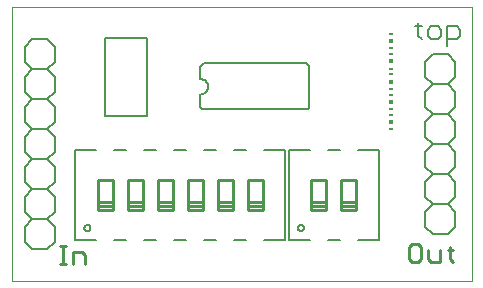
<source format=gto>
G75*
%MOIN*%
%OFA0B0*%
%FSLAX24Y24*%
%IPPOS*%
%LPD*%
%AMOC8*
5,1,8,0,0,1.08239X$1,22.5*
%
%ADD10C,0.0000*%
%ADD11C,0.0110*%
%ADD12C,0.0060*%
%ADD13C,0.0080*%
%ADD14C,0.0100*%
%ADD15R,0.0118X0.0059*%
%ADD16R,0.0118X0.0118*%
D10*
X000542Y000150D02*
X000542Y009284D01*
X015896Y009284D01*
X015896Y000150D01*
X000542Y000150D01*
D11*
X002172Y000717D02*
X002368Y000717D01*
X002270Y000717D02*
X002270Y001307D01*
X002172Y001307D02*
X002368Y001307D01*
X002601Y001110D02*
X002897Y001110D01*
X002995Y001012D01*
X002995Y000717D01*
X002601Y000717D02*
X002601Y001110D01*
X013786Y001288D02*
X013786Y000894D01*
X013884Y000796D01*
X014081Y000796D01*
X014179Y000894D01*
X014179Y001288D01*
X014081Y001386D01*
X013884Y001386D01*
X013786Y001288D01*
X014430Y001189D02*
X014430Y000894D01*
X014529Y000796D01*
X014824Y000796D01*
X014824Y001189D01*
X015075Y001189D02*
X015272Y001189D01*
X015173Y001288D02*
X015173Y000894D01*
X015272Y000796D01*
D12*
X015083Y001717D02*
X014583Y001717D01*
X014333Y001967D01*
X014333Y002467D01*
X014583Y002717D01*
X014333Y002967D01*
X014333Y003467D01*
X014583Y003717D01*
X014333Y003967D01*
X014333Y004467D01*
X014583Y004717D01*
X014333Y004967D01*
X014333Y005467D01*
X014583Y005717D01*
X014333Y005967D01*
X014333Y006467D01*
X014583Y006717D01*
X014333Y006967D01*
X014333Y007467D01*
X014583Y007717D01*
X015083Y007717D01*
X015333Y007467D01*
X015333Y006967D01*
X015083Y006717D01*
X015333Y006467D01*
X015333Y005967D01*
X015083Y005717D01*
X014583Y005717D01*
X015083Y005717D02*
X015333Y005467D01*
X015333Y004967D01*
X015083Y004717D01*
X015333Y004467D01*
X015333Y003967D01*
X015083Y003717D01*
X015333Y003467D01*
X015333Y002967D01*
X015083Y002717D01*
X015333Y002467D01*
X015333Y001967D01*
X015083Y001717D01*
X015083Y002717D02*
X014583Y002717D01*
X014583Y003717D02*
X015083Y003717D01*
X015083Y004717D02*
X014583Y004717D01*
X012790Y004524D02*
X012090Y004524D01*
X011490Y004524D02*
X011090Y004524D01*
X010490Y004524D02*
X009790Y004524D01*
X009790Y001524D01*
X010490Y001524D01*
X011090Y001524D02*
X011490Y001524D01*
X012090Y001524D02*
X012790Y001524D01*
X012790Y004524D01*
X009672Y004524D02*
X008972Y004524D01*
X008372Y004524D02*
X007972Y004524D01*
X007372Y004524D02*
X006972Y004524D01*
X006372Y004524D02*
X005972Y004524D01*
X005372Y004524D02*
X004972Y004524D01*
X004372Y004524D02*
X003972Y004524D01*
X003372Y004524D02*
X002672Y004524D01*
X002672Y001524D01*
X003372Y001524D01*
X002972Y001924D02*
X002974Y001944D01*
X002980Y001962D01*
X002989Y001980D01*
X003001Y001995D01*
X003016Y002007D01*
X003034Y002016D01*
X003052Y002022D01*
X003072Y002024D01*
X003092Y002022D01*
X003110Y002016D01*
X003128Y002007D01*
X003143Y001995D01*
X003155Y001980D01*
X003164Y001962D01*
X003170Y001944D01*
X003172Y001924D01*
X003170Y001904D01*
X003164Y001886D01*
X003155Y001868D01*
X003143Y001853D01*
X003128Y001841D01*
X003110Y001832D01*
X003092Y001826D01*
X003072Y001824D01*
X003052Y001826D01*
X003034Y001832D01*
X003016Y001841D01*
X003001Y001853D01*
X002989Y001868D01*
X002980Y001886D01*
X002974Y001904D01*
X002972Y001924D01*
X001987Y001967D02*
X001987Y001467D01*
X001737Y001217D01*
X001237Y001217D01*
X000987Y001467D01*
X000987Y001967D01*
X001237Y002217D01*
X000987Y002467D01*
X000987Y002967D01*
X001237Y003217D01*
X001737Y003217D01*
X001987Y002967D01*
X001987Y002467D01*
X001737Y002217D01*
X001987Y001967D01*
X001737Y002217D02*
X001237Y002217D01*
X001237Y003217D02*
X000987Y003467D01*
X000987Y003967D01*
X001237Y004217D01*
X000987Y004467D01*
X000987Y004967D01*
X001237Y005217D01*
X000987Y005467D01*
X000987Y005967D01*
X001237Y006217D01*
X001737Y006217D01*
X001987Y005967D01*
X001987Y005467D01*
X001737Y005217D01*
X001987Y004967D01*
X001987Y004467D01*
X001737Y004217D01*
X001987Y003967D01*
X001987Y003467D01*
X001737Y003217D01*
X001737Y004217D02*
X001237Y004217D01*
X001237Y005217D02*
X001737Y005217D01*
X001737Y006217D02*
X001987Y006467D01*
X001987Y006967D01*
X001737Y007217D01*
X001987Y007467D01*
X001987Y007967D01*
X001737Y008217D01*
X001237Y008217D01*
X000987Y007967D01*
X000987Y007467D01*
X001237Y007217D01*
X001737Y007217D01*
X001237Y007217D02*
X000987Y006967D01*
X000987Y006467D01*
X001237Y006217D01*
X003972Y001524D02*
X004372Y001524D01*
X004972Y001524D02*
X005372Y001524D01*
X005972Y001524D02*
X006372Y001524D01*
X006972Y001524D02*
X007372Y001524D01*
X007972Y001524D02*
X008372Y001524D01*
X008972Y001524D02*
X009672Y001524D01*
X009672Y004524D01*
X010090Y001924D02*
X010092Y001944D01*
X010098Y001962D01*
X010107Y001980D01*
X010119Y001995D01*
X010134Y002007D01*
X010152Y002016D01*
X010170Y002022D01*
X010190Y002024D01*
X010210Y002022D01*
X010228Y002016D01*
X010246Y002007D01*
X010261Y001995D01*
X010273Y001980D01*
X010282Y001962D01*
X010288Y001944D01*
X010290Y001924D01*
X010288Y001904D01*
X010282Y001886D01*
X010273Y001868D01*
X010261Y001853D01*
X010246Y001841D01*
X010228Y001832D01*
X010210Y001826D01*
X010190Y001824D01*
X010170Y001826D01*
X010152Y001832D01*
X010134Y001841D01*
X010119Y001853D01*
X010107Y001868D01*
X010098Y001886D01*
X010092Y001904D01*
X010090Y001924D01*
X014583Y006717D02*
X015083Y006717D01*
X015071Y007998D02*
X015071Y008639D01*
X015392Y008639D01*
X015498Y008532D01*
X015498Y008318D01*
X015392Y008211D01*
X015071Y008211D01*
X014854Y008318D02*
X014854Y008532D01*
X014747Y008639D01*
X014533Y008639D01*
X014427Y008532D01*
X014427Y008318D01*
X014533Y008211D01*
X014747Y008211D01*
X014854Y008318D01*
X014210Y008211D02*
X014104Y008318D01*
X014104Y008745D01*
X014210Y008639D02*
X013997Y008639D01*
D13*
X010472Y007262D02*
X010472Y006030D01*
X010473Y006030D02*
X010474Y006009D01*
X010472Y005988D01*
X010467Y005968D01*
X010459Y005949D01*
X010448Y005932D01*
X010435Y005916D01*
X010419Y005903D01*
X010401Y005892D01*
X010382Y005884D01*
X010362Y005879D01*
X010361Y005880D02*
X006982Y005880D01*
X006982Y005879D02*
X006961Y005878D01*
X006940Y005880D01*
X006920Y005885D01*
X006901Y005893D01*
X006884Y005904D01*
X006868Y005917D01*
X006855Y005933D01*
X006844Y005951D01*
X006836Y005970D01*
X006831Y005990D01*
X006832Y005990D02*
X006832Y006386D01*
X006852Y006386D02*
X006882Y006388D01*
X006912Y006393D01*
X006941Y006402D01*
X006968Y006415D01*
X006994Y006430D01*
X007018Y006449D01*
X007039Y006470D01*
X007058Y006494D01*
X007073Y006520D01*
X007086Y006547D01*
X007095Y006576D01*
X007100Y006606D01*
X007102Y006636D01*
X007100Y006666D01*
X007095Y006696D01*
X007086Y006725D01*
X007073Y006752D01*
X007058Y006778D01*
X007039Y006802D01*
X007018Y006823D01*
X006994Y006842D01*
X006968Y006857D01*
X006941Y006870D01*
X006912Y006879D01*
X006882Y006884D01*
X006852Y006886D01*
X006832Y006886D02*
X006832Y007218D01*
X006832Y007223D02*
X006831Y007248D01*
X006833Y007272D01*
X006839Y007296D01*
X006848Y007318D01*
X006861Y007339D01*
X006876Y007358D01*
X006894Y007375D01*
X006914Y007389D01*
X006935Y007400D01*
X006958Y007408D01*
X006982Y007413D01*
X006982Y007412D02*
X010322Y007412D01*
X010345Y007410D01*
X010368Y007405D01*
X010390Y007396D01*
X010410Y007383D01*
X010428Y007368D01*
X010443Y007350D01*
X010456Y007330D01*
X010465Y007308D01*
X010470Y007285D01*
X010472Y007262D01*
X005061Y008251D02*
X005061Y005671D01*
X003661Y005671D01*
X003661Y008251D01*
X005061Y008251D01*
D14*
X004922Y003524D02*
X004422Y003524D01*
X004422Y002774D01*
X004422Y002654D01*
X004422Y002524D01*
X004922Y002524D01*
X004922Y002654D01*
X004922Y002774D01*
X004922Y003524D01*
X005422Y003524D02*
X005422Y002774D01*
X005422Y002654D01*
X005422Y002524D01*
X005922Y002524D01*
X005922Y002654D01*
X005922Y002774D01*
X005922Y003524D01*
X005422Y003524D01*
X006422Y003524D02*
X006422Y002774D01*
X006422Y002654D01*
X006422Y002524D01*
X006922Y002524D01*
X006922Y002654D01*
X006922Y002774D01*
X006922Y003524D01*
X006422Y003524D01*
X007422Y003524D02*
X007422Y002774D01*
X007422Y002654D01*
X007422Y002524D01*
X007922Y002524D01*
X007922Y002654D01*
X007922Y002774D01*
X007922Y003524D01*
X007422Y003524D01*
X008422Y003524D02*
X008422Y002774D01*
X008422Y002654D01*
X008422Y002524D01*
X008922Y002524D01*
X008922Y002654D01*
X008922Y002774D01*
X008922Y003524D01*
X008422Y003524D01*
X008422Y002774D02*
X008922Y002774D01*
X008922Y002654D02*
X008422Y002654D01*
X007922Y002654D02*
X007422Y002654D01*
X007422Y002774D02*
X007922Y002774D01*
X006922Y002774D02*
X006422Y002774D01*
X006422Y002654D02*
X006922Y002654D01*
X005922Y002654D02*
X005422Y002654D01*
X005422Y002774D02*
X005922Y002774D01*
X004922Y002774D02*
X004422Y002774D01*
X004422Y002654D02*
X004922Y002654D01*
X003922Y002654D02*
X003922Y002524D01*
X003422Y002524D01*
X003422Y002654D01*
X003422Y002774D01*
X003922Y002774D01*
X003922Y003524D01*
X003422Y003524D01*
X003422Y002774D01*
X003422Y002654D02*
X003922Y002654D01*
X003922Y002774D01*
X010540Y002774D02*
X010540Y002654D01*
X010540Y002524D01*
X011040Y002524D01*
X011040Y002654D01*
X011040Y002774D01*
X011040Y003524D01*
X010540Y003524D01*
X010540Y002774D01*
X011040Y002774D01*
X011040Y002654D02*
X010540Y002654D01*
X011540Y002654D02*
X011540Y002524D01*
X012040Y002524D01*
X012040Y002654D01*
X012040Y002774D01*
X012040Y003524D01*
X011540Y003524D01*
X011540Y002774D01*
X011540Y002654D01*
X012040Y002654D01*
X012040Y002774D02*
X011540Y002774D01*
D15*
X013199Y005229D03*
X013199Y005701D03*
X013199Y005898D03*
X013199Y006370D03*
X013199Y006567D03*
X013199Y007040D03*
X013199Y007237D03*
X013199Y007709D03*
X013199Y007906D03*
X013199Y008378D03*
D16*
X013199Y008142D03*
X013199Y007473D03*
X013199Y006804D03*
X013199Y006134D03*
X013199Y005465D03*
M02*

</source>
